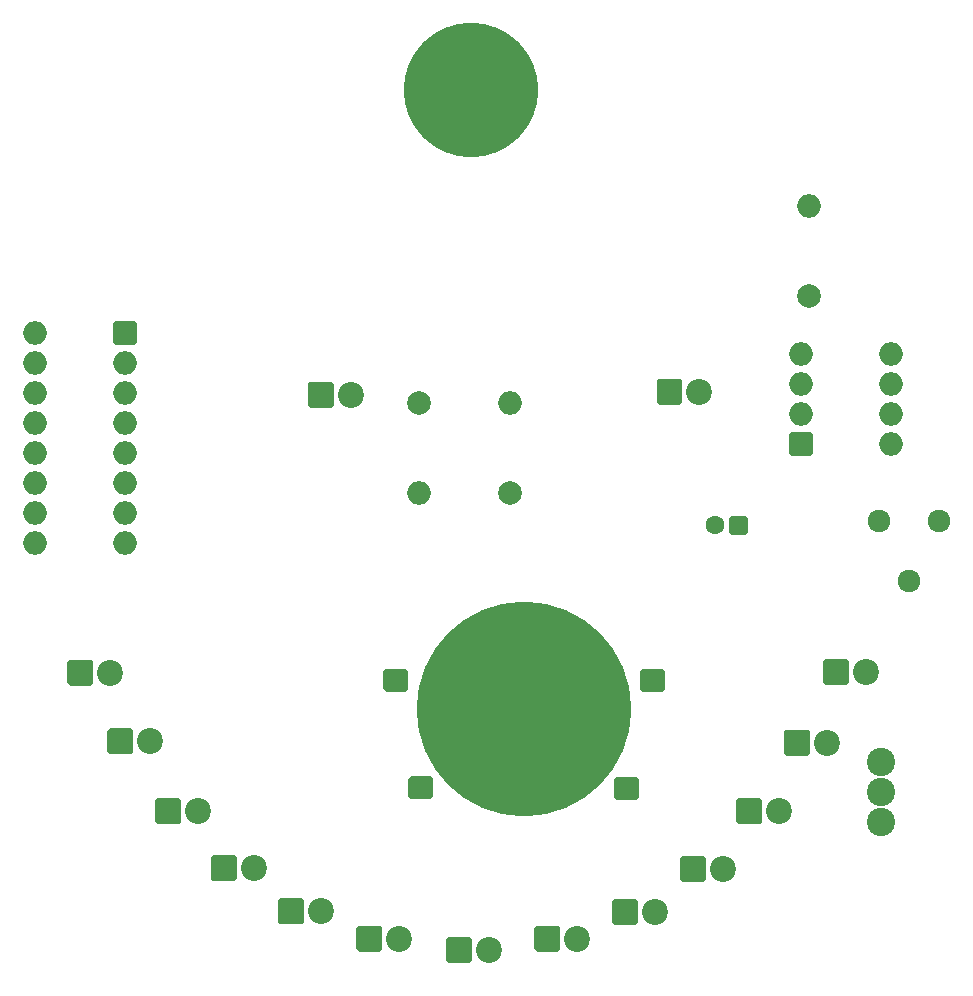
<source format=gbr>
%TF.GenerationSoftware,KiCad,Pcbnew,(5.1.9)-1*%
%TF.CreationDate,2021-05-28T20:42:47+02:00*%
%TF.ProjectId,Smiley2,536d696c-6579-4322-9e6b-696361645f70,rev?*%
%TF.SameCoordinates,Original*%
%TF.FileFunction,Soldermask,Bot*%
%TF.FilePolarity,Negative*%
%FSLAX46Y46*%
G04 Gerber Fmt 4.6, Leading zero omitted, Abs format (unit mm)*
G04 Created by KiCad (PCBNEW (5.1.9)-1) date 2021-05-28 20:42:47*
%MOMM*%
%LPD*%
G01*
G04 APERTURE LIST*
%ADD10C,18.180000*%
%ADD11C,1.924000*%
%ADD12C,11.400000*%
%ADD13C,1.600000*%
%ADD14C,2.200000*%
%ADD15O,2.000000X2.000000*%
%ADD16C,2.000000*%
%ADD17C,2.400000*%
G04 APERTURE END LIST*
%TO.C,BAT-HLD-002*%
G36*
G01*
X154661400Y-107657700D02*
X154661400Y-109181700D01*
G75*
G02*
X154461400Y-109381700I-200000J0D01*
G01*
X152761400Y-109381700D01*
G75*
G02*
X152561400Y-109181700I0J200000D01*
G01*
X152561400Y-107657700D01*
G75*
G02*
X152761400Y-107457700I200000J0D01*
G01*
X154461400Y-107457700D01*
G75*
G02*
X154661400Y-107657700I0J-200000D01*
G01*
G37*
G36*
G01*
X172101400Y-107697700D02*
X172101400Y-109221700D01*
G75*
G02*
X171901400Y-109421700I-200000J0D01*
G01*
X170201400Y-109421700D01*
G75*
G02*
X170001400Y-109221700I0J200000D01*
G01*
X170001400Y-107697700D01*
G75*
G02*
X170201400Y-107497700I200000J0D01*
G01*
X171901400Y-107497700D01*
G75*
G02*
X172101400Y-107697700I0J-200000D01*
G01*
G37*
G36*
G01*
X152551400Y-98547700D02*
X152551400Y-100071700D01*
G75*
G02*
X152351400Y-100271700I-200000J0D01*
G01*
X150651400Y-100271700D01*
G75*
G02*
X150451400Y-100071700I0J200000D01*
G01*
X150451400Y-98547700D01*
G75*
G02*
X150651400Y-98347700I200000J0D01*
G01*
X152351400Y-98347700D01*
G75*
G02*
X152551400Y-98547700I0J-200000D01*
G01*
G37*
G36*
G01*
X174281400Y-98587700D02*
X174281400Y-100111700D01*
G75*
G02*
X174081400Y-100311700I-200000J0D01*
G01*
X172381400Y-100311700D01*
G75*
G02*
X172181400Y-100111700I0J200000D01*
G01*
X172181400Y-98587700D01*
G75*
G02*
X172381400Y-98387700I200000J0D01*
G01*
X174081400Y-98387700D01*
G75*
G02*
X174281400Y-98587700I0J-200000D01*
G01*
G37*
D10*
X162331400Y-101739700D03*
%TD*%
D11*
%TO.C,REF\u002A\u002A*%
X194957700Y-90944700D03*
X192417700Y-85864700D03*
X197497700Y-85864700D03*
%TD*%
D12*
%TO.C,LP*%
X157878600Y-49379100D03*
%TD*%
%TO.C,C1*%
G36*
G01*
X181355900Y-85607600D02*
X181355900Y-86807600D01*
G75*
G02*
X181155900Y-87007600I-200000J0D01*
G01*
X179955900Y-87007600D01*
G75*
G02*
X179755900Y-86807600I0J200000D01*
G01*
X179755900Y-85607600D01*
G75*
G02*
X179955900Y-85407600I200000J0D01*
G01*
X181155900Y-85407600D01*
G75*
G02*
X181355900Y-85607600I0J-200000D01*
G01*
G37*
D13*
X178555900Y-86207600D03*
%TD*%
%TO.C,D1*%
G36*
G01*
X155758600Y-123039100D02*
X155758600Y-121239100D01*
G75*
G02*
X155958600Y-121039100I200000J0D01*
G01*
X157758600Y-121039100D01*
G75*
G02*
X157958600Y-121239100I0J-200000D01*
G01*
X157958600Y-123039100D01*
G75*
G02*
X157758600Y-123239100I-200000J0D01*
G01*
X155958600Y-123239100D01*
G75*
G02*
X155758600Y-123039100I0J200000D01*
G01*
G37*
D14*
X159398600Y-122139100D03*
%TD*%
%TO.C,D2*%
X166888600Y-121189100D03*
G36*
G01*
X163248600Y-122089100D02*
X163248600Y-120289100D01*
G75*
G02*
X163448600Y-120089100I200000J0D01*
G01*
X165248600Y-120089100D01*
G75*
G02*
X165448600Y-120289100I0J-200000D01*
G01*
X165448600Y-122089100D01*
G75*
G02*
X165248600Y-122289100I-200000J0D01*
G01*
X163448600Y-122289100D01*
G75*
G02*
X163248600Y-122089100I0J200000D01*
G01*
G37*
%TD*%
%TO.C,D3*%
X173478600Y-118929100D03*
G36*
G01*
X169838600Y-119829100D02*
X169838600Y-118029100D01*
G75*
G02*
X170038600Y-117829100I200000J0D01*
G01*
X171838600Y-117829100D01*
G75*
G02*
X172038600Y-118029100I0J-200000D01*
G01*
X172038600Y-119829100D01*
G75*
G02*
X171838600Y-120029100I-200000J0D01*
G01*
X170038600Y-120029100D01*
G75*
G02*
X169838600Y-119829100I0J200000D01*
G01*
G37*
%TD*%
%TO.C,D4*%
X179208600Y-115279100D03*
G36*
G01*
X175568600Y-116179100D02*
X175568600Y-114379100D01*
G75*
G02*
X175768600Y-114179100I200000J0D01*
G01*
X177568600Y-114179100D01*
G75*
G02*
X177768600Y-114379100I0J-200000D01*
G01*
X177768600Y-116179100D01*
G75*
G02*
X177568600Y-116379100I-200000J0D01*
G01*
X175768600Y-116379100D01*
G75*
G02*
X175568600Y-116179100I0J200000D01*
G01*
G37*
%TD*%
%TO.C,D5*%
G36*
G01*
X180348600Y-111299100D02*
X180348600Y-109499100D01*
G75*
G02*
X180548600Y-109299100I200000J0D01*
G01*
X182348600Y-109299100D01*
G75*
G02*
X182548600Y-109499100I0J-200000D01*
G01*
X182548600Y-111299100D01*
G75*
G02*
X182348600Y-111499100I-200000J0D01*
G01*
X180548600Y-111499100D01*
G75*
G02*
X180348600Y-111299100I0J200000D01*
G01*
G37*
X183988600Y-110399100D03*
%TD*%
%TO.C,D6*%
G36*
G01*
X184376600Y-105492100D02*
X184376600Y-103692100D01*
G75*
G02*
X184576600Y-103492100I200000J0D01*
G01*
X186376600Y-103492100D01*
G75*
G02*
X186576600Y-103692100I0J-200000D01*
G01*
X186576600Y-105492100D01*
G75*
G02*
X186376600Y-105692100I-200000J0D01*
G01*
X184576600Y-105692100D01*
G75*
G02*
X184376600Y-105492100I0J200000D01*
G01*
G37*
X188016600Y-104592100D03*
%TD*%
%TO.C,D7*%
X191298600Y-98623100D03*
G36*
G01*
X187658600Y-99523100D02*
X187658600Y-97723100D01*
G75*
G02*
X187858600Y-97523100I200000J0D01*
G01*
X189658600Y-97523100D01*
G75*
G02*
X189858600Y-97723100I0J-200000D01*
G01*
X189858600Y-99523100D01*
G75*
G02*
X189658600Y-99723100I-200000J0D01*
G01*
X187858600Y-99723100D01*
G75*
G02*
X187658600Y-99523100I0J200000D01*
G01*
G37*
%TD*%
%TO.C,D8*%
X177221600Y-74874100D03*
G36*
G01*
X173581600Y-75774100D02*
X173581600Y-73974100D01*
G75*
G02*
X173781600Y-73774100I200000J0D01*
G01*
X175581600Y-73774100D01*
G75*
G02*
X175781600Y-73974100I0J-200000D01*
G01*
X175781600Y-75774100D01*
G75*
G02*
X175581600Y-75974100I-200000J0D01*
G01*
X173781600Y-75974100D01*
G75*
G02*
X173581600Y-75774100I0J200000D01*
G01*
G37*
%TD*%
%TO.C,D22*%
G36*
G01*
X148178600Y-122089100D02*
X148178600Y-120289100D01*
G75*
G02*
X148378600Y-120089100I200000J0D01*
G01*
X150178600Y-120089100D01*
G75*
G02*
X150378600Y-120289100I0J-200000D01*
G01*
X150378600Y-122089100D01*
G75*
G02*
X150178600Y-122289100I-200000J0D01*
G01*
X148378600Y-122289100D01*
G75*
G02*
X148178600Y-122089100I0J200000D01*
G01*
G37*
X151818600Y-121189100D03*
%TD*%
%TO.C,D33*%
G36*
G01*
X141538600Y-119789100D02*
X141538600Y-117989100D01*
G75*
G02*
X141738600Y-117789100I200000J0D01*
G01*
X143538600Y-117789100D01*
G75*
G02*
X143738600Y-117989100I0J-200000D01*
G01*
X143738600Y-119789100D01*
G75*
G02*
X143538600Y-119989100I-200000J0D01*
G01*
X141738600Y-119989100D01*
G75*
G02*
X141538600Y-119789100I0J200000D01*
G01*
G37*
X145178600Y-118889100D03*
%TD*%
%TO.C,D44*%
G36*
G01*
X135848600Y-116129100D02*
X135848600Y-114329100D01*
G75*
G02*
X136048600Y-114129100I200000J0D01*
G01*
X137848600Y-114129100D01*
G75*
G02*
X138048600Y-114329100I0J-200000D01*
G01*
X138048600Y-116129100D01*
G75*
G02*
X137848600Y-116329100I-200000J0D01*
G01*
X136048600Y-116329100D01*
G75*
G02*
X135848600Y-116129100I0J200000D01*
G01*
G37*
X139488600Y-115229100D03*
%TD*%
%TO.C,D55*%
X134798600Y-110399100D03*
G36*
G01*
X131158600Y-111299100D02*
X131158600Y-109499100D01*
G75*
G02*
X131358600Y-109299100I200000J0D01*
G01*
X133158600Y-109299100D01*
G75*
G02*
X133358600Y-109499100I0J-200000D01*
G01*
X133358600Y-111299100D01*
G75*
G02*
X133158600Y-111499100I-200000J0D01*
G01*
X131358600Y-111499100D01*
G75*
G02*
X131158600Y-111299100I0J200000D01*
G01*
G37*
%TD*%
%TO.C,D66*%
X130738600Y-104489100D03*
G36*
G01*
X127098600Y-105389100D02*
X127098600Y-103589100D01*
G75*
G02*
X127298600Y-103389100I200000J0D01*
G01*
X129098600Y-103389100D01*
G75*
G02*
X129298600Y-103589100I0J-200000D01*
G01*
X129298600Y-105389100D01*
G75*
G02*
X129098600Y-105589100I-200000J0D01*
G01*
X127298600Y-105589100D01*
G75*
G02*
X127098600Y-105389100I0J200000D01*
G01*
G37*
%TD*%
%TO.C,D77*%
G36*
G01*
X123708600Y-99569100D02*
X123708600Y-97769100D01*
G75*
G02*
X123908600Y-97569100I200000J0D01*
G01*
X125708600Y-97569100D01*
G75*
G02*
X125908600Y-97769100I0J-200000D01*
G01*
X125908600Y-99569100D01*
G75*
G02*
X125708600Y-99769100I-200000J0D01*
G01*
X123908600Y-99769100D01*
G75*
G02*
X123708600Y-99569100I0J200000D01*
G01*
G37*
X127348600Y-98669100D03*
%TD*%
%TO.C,D88*%
G36*
G01*
X144048600Y-76039100D02*
X144048600Y-74239100D01*
G75*
G02*
X144248600Y-74039100I200000J0D01*
G01*
X146048600Y-74039100D01*
G75*
G02*
X146248600Y-74239100I0J-200000D01*
G01*
X146248600Y-76039100D01*
G75*
G02*
X146048600Y-76239100I-200000J0D01*
G01*
X144248600Y-76239100D01*
G75*
G02*
X144048600Y-76039100I0J200000D01*
G01*
G37*
X147688600Y-75139100D03*
%TD*%
D15*
%TO.C,R1*%
X186486800Y-59156600D03*
D16*
X186486800Y-66776600D03*
%TD*%
D15*
%TO.C,R2*%
X153508600Y-83479100D03*
D16*
X153508600Y-75859100D03*
%TD*%
%TO.C,R3*%
X161219600Y-83446600D03*
D15*
X161219600Y-75826600D03*
%TD*%
D17*
%TO.C,S1*%
X192588600Y-111299100D03*
X192588600Y-108759100D03*
X192588600Y-106219100D03*
%TD*%
%TO.C,U2*%
G36*
G01*
X184813700Y-80098800D02*
X184813700Y-78498800D01*
G75*
G02*
X185013700Y-78298800I200000J0D01*
G01*
X186613700Y-78298800D01*
G75*
G02*
X186813700Y-78498800I0J-200000D01*
G01*
X186813700Y-80098800D01*
G75*
G02*
X186613700Y-80298800I-200000J0D01*
G01*
X185013700Y-80298800D01*
G75*
G02*
X184813700Y-80098800I0J200000D01*
G01*
G37*
D15*
X193433700Y-71678800D03*
X185813700Y-76758800D03*
X193433700Y-74218800D03*
X185813700Y-74218800D03*
X193433700Y-76758800D03*
X185813700Y-71678800D03*
X193433700Y-79298800D03*
%TD*%
%TO.C,U3*%
G36*
G01*
X129580600Y-69121100D02*
X129580600Y-70721100D01*
G75*
G02*
X129380600Y-70921100I-200000J0D01*
G01*
X127780600Y-70921100D01*
G75*
G02*
X127580600Y-70721100I0J200000D01*
G01*
X127580600Y-69121100D01*
G75*
G02*
X127780600Y-68921100I200000J0D01*
G01*
X129380600Y-68921100D01*
G75*
G02*
X129580600Y-69121100I0J-200000D01*
G01*
G37*
X120960600Y-87701100D03*
X128580600Y-72461100D03*
X120960600Y-85161100D03*
X128580600Y-75001100D03*
X120960600Y-82621100D03*
X128580600Y-77541100D03*
X120960600Y-80081100D03*
X128580600Y-80081100D03*
X120960600Y-77541100D03*
X128580600Y-82621100D03*
X120960600Y-75001100D03*
X128580600Y-85161100D03*
X120960600Y-72461100D03*
X128580600Y-87701100D03*
X120960600Y-69921100D03*
%TD*%
M02*

</source>
